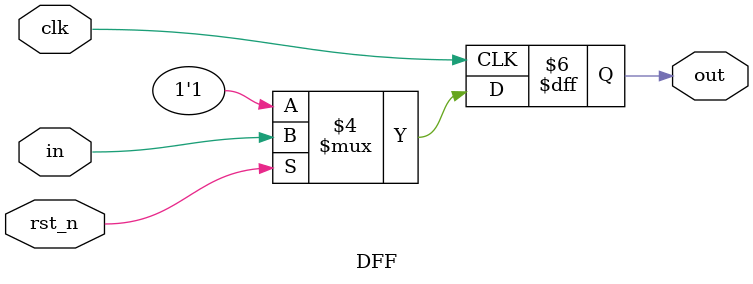
<source format=v>
`timescale 1ns/1ps

module LFSR (clk, rst_n, out);
input clk, rst_n;
output out;
wire q1, q2, q3, q4, q5, xor_q5q2;
DFF dff1(clk, rst_n, xor_q5q2, q1);
DFF dff2(clk, rst_n, q1, q2);
DFF dff3(clk, rst_n, q2, q3);
DFF dff4(clk, rst_n, q3, q4);
DFF dff5(clk, rst_n, q4, q5);
assign out = q5;
assign xor_q5q2 = q5 ^ q2;
endmodule

module DFF(clk, rst_n, in, out);
input clk, rst_n, in;
output out;
reg out;
always@(posedge clk) begin
if(rst_n == 1'b0)   out <= 1'b1;
else  out <= in;
end
endmodule

</source>
